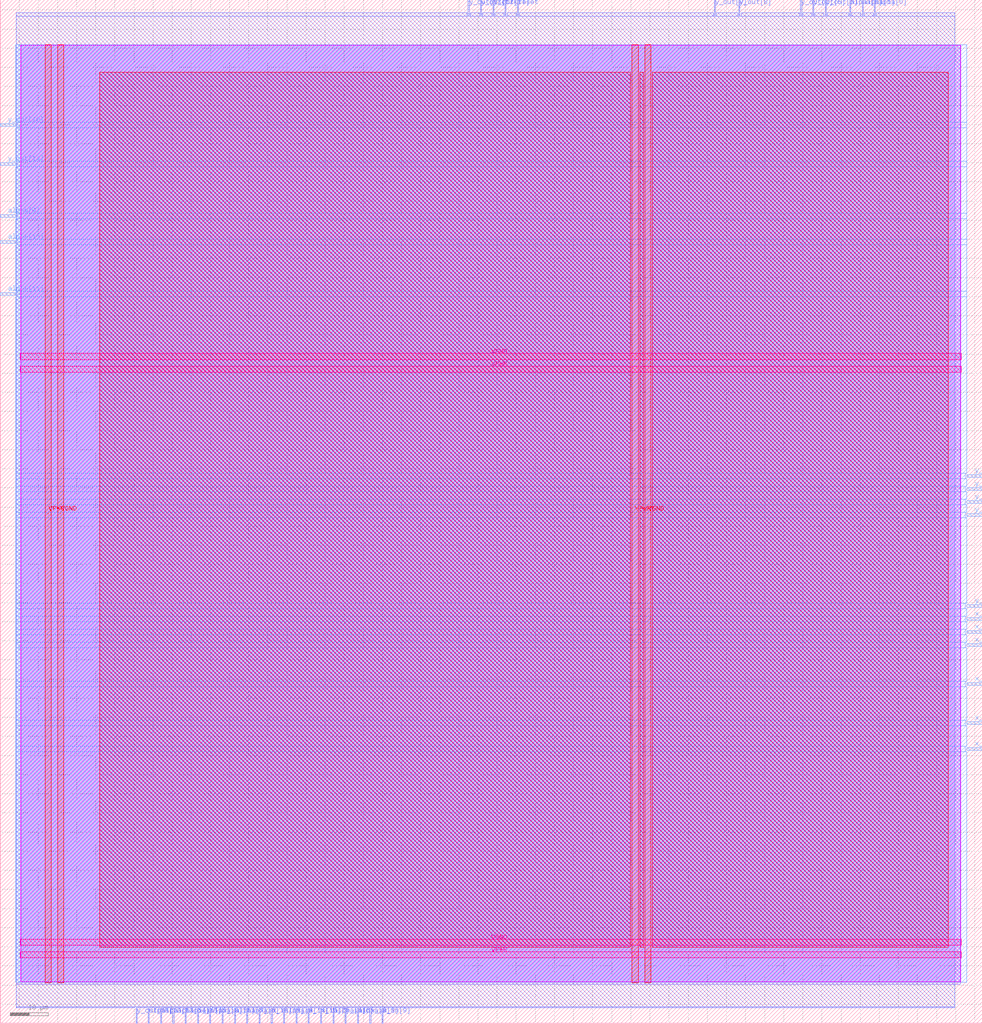
<source format=lef>
VERSION 5.7 ;
  NOWIREEXTENSIONATPIN ON ;
  DIVIDERCHAR "/" ;
  BUSBITCHARS "[]" ;
MACRO dynamic_noise_reduction
  CLASS BLOCK ;
  FOREIGN dynamic_noise_reduction ;
  ORIGIN 0.000 0.000 ;
  SIZE 256.935 BY 267.655 ;
  PIN VGND
    DIRECTION INOUT ;
    USE GROUND ;
    PORT
      LAYER met4 ;
        RECT 15.020 10.640 16.620 255.920 ;
    END
    PORT
      LAYER met4 ;
        RECT 168.620 10.640 170.220 255.920 ;
    END
    PORT
      LAYER met5 ;
        RECT 5.280 20.380 251.400 21.980 ;
    END
    PORT
      LAYER met5 ;
        RECT 5.280 173.560 251.400 175.160 ;
    END
  END VGND
  PIN VPWR
    DIRECTION INOUT ;
    USE POWER ;
    PORT
      LAYER met4 ;
        RECT 11.720 10.640 13.320 255.920 ;
    END
    PORT
      LAYER met4 ;
        RECT 165.320 10.640 166.920 255.920 ;
    END
    PORT
      LAYER met5 ;
        RECT 5.280 17.080 251.400 18.680 ;
    END
    PORT
      LAYER met5 ;
        RECT 5.280 170.260 251.400 171.860 ;
    END
  END VPWR
  PIN alpha[0]
    DIRECTION INPUT ;
    USE SIGNAL ;
    ANTENNAGATEAREA 0.196500 ;
    PORT
      LAYER met2 ;
        RECT 228.710 263.655 228.990 267.655 ;
    END
  END alpha[0]
  PIN alpha[10]
    DIRECTION INPUT ;
    USE SIGNAL ;
    ANTENNAGATEAREA 0.196500 ;
    PORT
      LAYER met3 ;
        RECT 0.000 204.040 4.000 204.640 ;
    END
  END alpha[10]
  PIN alpha[11]
    DIRECTION INPUT ;
    USE SIGNAL ;
    ANTENNAGATEAREA 0.213000 ;
    PORT
      LAYER met3 ;
        RECT 0.000 190.440 4.000 191.040 ;
    END
  END alpha[11]
  PIN alpha[12]
    DIRECTION INPUT ;
    USE SIGNAL ;
    ANTENNAGATEAREA 0.196500 ;
    PORT
      LAYER met2 ;
        RECT 38.730 0.000 39.010 4.000 ;
    END
  END alpha[12]
  PIN alpha[13]
    DIRECTION INPUT ;
    USE SIGNAL ;
    ANTENNAGATEAREA 0.159000 ;
    PORT
      LAYER met2 ;
        RECT 41.950 0.000 42.230 4.000 ;
    END
  END alpha[13]
  PIN alpha[14]
    DIRECTION INPUT ;
    USE SIGNAL ;
    ANTENNAGATEAREA 0.196500 ;
    PORT
      LAYER met2 ;
        RECT 45.170 0.000 45.450 4.000 ;
    END
  END alpha[14]
  PIN alpha[15]
    DIRECTION INPUT ;
    USE SIGNAL ;
    ANTENNAGATEAREA 0.159000 ;
    PORT
      LAYER met2 ;
        RECT 48.390 0.000 48.670 4.000 ;
    END
  END alpha[15]
  PIN alpha[1]
    DIRECTION INPUT ;
    USE SIGNAL ;
    ANTENNAGATEAREA 0.196500 ;
    PORT
      LAYER met2 ;
        RECT 225.490 263.655 225.770 267.655 ;
    END
  END alpha[1]
  PIN alpha[2]
    DIRECTION INPUT ;
    USE SIGNAL ;
    ANTENNAGATEAREA 0.213000 ;
    PORT
      LAYER met2 ;
        RECT 222.270 263.655 222.550 267.655 ;
    END
  END alpha[2]
  PIN alpha[3]
    DIRECTION INPUT ;
    USE SIGNAL ;
    ANTENNAGATEAREA 0.213000 ;
    PORT
      LAYER met2 ;
        RECT 93.470 0.000 93.750 4.000 ;
    END
  END alpha[3]
  PIN alpha[4]
    DIRECTION INPUT ;
    USE SIGNAL ;
    ANTENNAGATEAREA 0.196500 ;
    PORT
      LAYER met2 ;
        RECT 87.030 0.000 87.310 4.000 ;
    END
  END alpha[4]
  PIN alpha[5]
    DIRECTION INPUT ;
    USE SIGNAL ;
    ANTENNAGATEAREA 0.213000 ;
    PORT
      LAYER met2 ;
        RECT 74.150 0.000 74.430 4.000 ;
    END
  END alpha[5]
  PIN alpha[6]
    DIRECTION INPUT ;
    USE SIGNAL ;
    ANTENNAGATEAREA 0.213000 ;
    PORT
      LAYER met2 ;
        RECT 64.490 0.000 64.770 4.000 ;
    END
  END alpha[6]
  PIN alpha[7]
    DIRECTION INPUT ;
    USE SIGNAL ;
    ANTENNAGATEAREA 0.159000 ;
    PORT
      LAYER met2 ;
        RECT 61.270 0.000 61.550 4.000 ;
    END
  END alpha[7]
  PIN alpha[8]
    DIRECTION INPUT ;
    USE SIGNAL ;
    ANTENNAGATEAREA 0.196500 ;
    PORT
      LAYER met2 ;
        RECT 54.830 0.000 55.110 4.000 ;
    END
  END alpha[8]
  PIN alpha[9]
    DIRECTION INPUT ;
    USE SIGNAL ;
    ANTENNAGATEAREA 0.159000 ;
    PORT
      LAYER met3 ;
        RECT 0.000 210.840 4.000 211.440 ;
    END
  END alpha[9]
  PIN clk
    DIRECTION INPUT ;
    USE SIGNAL ;
    ANTENNAGATEAREA 0.852000 ;
    PORT
      LAYER met2 ;
        RECT 132.110 263.655 132.390 267.655 ;
    END
  END clk
  PIN reset
    DIRECTION INPUT ;
    USE SIGNAL ;
    ANTENNAGATEAREA 0.196500 ;
    PORT
      LAYER met2 ;
        RECT 135.330 263.655 135.610 267.655 ;
    END
  END reset
  PIN x_in[0]
    DIRECTION INPUT ;
    USE SIGNAL ;
    ANTENNAGATEAREA 0.196500 ;
    PORT
      LAYER met3 ;
        RECT 252.935 105.440 256.935 106.040 ;
    END
  END x_in[0]
  PIN x_in[10]
    DIRECTION INPUT ;
    USE SIGNAL ;
    ANTENNAGATEAREA 0.196500 ;
    PORT
      LAYER met2 ;
        RECT 51.610 0.000 51.890 4.000 ;
    END
  END x_in[10]
  PIN x_in[11]
    DIRECTION INPUT ;
    USE SIGNAL ;
    ANTENNAGATEAREA 0.196500 ;
    PORT
      LAYER met2 ;
        RECT 58.050 0.000 58.330 4.000 ;
    END
  END x_in[11]
  PIN x_in[12]
    DIRECTION INPUT ;
    USE SIGNAL ;
    ANTENNAGATEAREA 0.196500 ;
    PORT
      LAYER met2 ;
        RECT 67.710 0.000 67.990 4.000 ;
    END
  END x_in[12]
  PIN x_in[13]
    DIRECTION INPUT ;
    USE SIGNAL ;
    ANTENNAGATEAREA 0.196500 ;
    PORT
      LAYER met2 ;
        RECT 70.930 0.000 71.210 4.000 ;
    END
  END x_in[13]
  PIN x_in[14]
    DIRECTION INPUT ;
    USE SIGNAL ;
    ANTENNAGATEAREA 0.196500 ;
    PORT
      LAYER met2 ;
        RECT 77.370 0.000 77.650 4.000 ;
    END
  END x_in[14]
  PIN x_in[15]
    DIRECTION INPUT ;
    USE SIGNAL ;
    ANTENNAGATEAREA 0.196500 ;
    PORT
      LAYER met2 ;
        RECT 80.590 0.000 80.870 4.000 ;
    END
  END x_in[15]
  PIN x_in[1]
    DIRECTION INPUT ;
    USE SIGNAL ;
    ANTENNAGATEAREA 0.196500 ;
    PORT
      LAYER met3 ;
        RECT 252.935 102.040 256.935 102.640 ;
    END
  END x_in[1]
  PIN x_in[2]
    DIRECTION INPUT ;
    USE SIGNAL ;
    ANTENNAGATEAREA 0.196500 ;
    PORT
      LAYER met3 ;
        RECT 252.935 98.640 256.935 99.240 ;
    END
  END x_in[2]
  PIN x_in[3]
    DIRECTION INPUT ;
    USE SIGNAL ;
    ANTENNAGATEAREA 0.196500 ;
    PORT
      LAYER met3 ;
        RECT 252.935 88.440 256.935 89.040 ;
    END
  END x_in[3]
  PIN x_in[4]
    DIRECTION INPUT ;
    USE SIGNAL ;
    ANTENNAGATEAREA 0.196500 ;
    PORT
      LAYER met3 ;
        RECT 252.935 78.240 256.935 78.840 ;
    END
  END x_in[4]
  PIN x_in[5]
    DIRECTION INPUT ;
    USE SIGNAL ;
    ANTENNAGATEAREA 0.196500 ;
    PORT
      LAYER met3 ;
        RECT 252.935 71.440 256.935 72.040 ;
    END
  END x_in[5]
  PIN x_in[6]
    DIRECTION INPUT ;
    USE SIGNAL ;
    ANTENNAGATEAREA 0.196500 ;
    PORT
      LAYER met2 ;
        RECT 90.250 0.000 90.530 4.000 ;
    END
  END x_in[6]
  PIN x_in[7]
    DIRECTION INPUT ;
    USE SIGNAL ;
    ANTENNAGATEAREA 0.196500 ;
    PORT
      LAYER met2 ;
        RECT 83.810 0.000 84.090 4.000 ;
    END
  END x_in[7]
  PIN x_in[8]
    DIRECTION INPUT ;
    USE SIGNAL ;
    ANTENNAGATEAREA 0.196500 ;
    PORT
      LAYER met2 ;
        RECT 96.690 0.000 96.970 4.000 ;
    END
  END x_in[8]
  PIN x_in[9]
    DIRECTION INPUT ;
    USE SIGNAL ;
    ANTENNAGATEAREA 0.196500 ;
    PORT
      LAYER met2 ;
        RECT 99.910 0.000 100.190 4.000 ;
    END
  END x_in[9]
  PIN y_out[0]
    DIRECTION OUTPUT ;
    USE SIGNAL ;
    ANTENNADIFFAREA 0.445500 ;
    PORT
      LAYER met3 ;
        RECT 252.935 132.640 256.935 133.240 ;
    END
  END y_out[0]
  PIN y_out[10]
    DIRECTION OUTPUT ;
    USE SIGNAL ;
    ANTENNADIFFAREA 0.445500 ;
    PORT
      LAYER met3 ;
        RECT 0.000 234.640 4.000 235.240 ;
    END
  END y_out[10]
  PIN y_out[11]
    DIRECTION OUTPUT ;
    USE SIGNAL ;
    ANTENNADIFFAREA 0.445500 ;
    PORT
      LAYER met2 ;
        RECT 128.890 263.655 129.170 267.655 ;
    END
  END y_out[11]
  PIN y_out[12]
    DIRECTION OUTPUT ;
    USE SIGNAL ;
    ANTENNADIFFAREA 0.445500 ;
    PORT
      LAYER met2 ;
        RECT 125.670 263.655 125.950 267.655 ;
    END
  END y_out[12]
  PIN y_out[13]
    DIRECTION OUTPUT ;
    USE SIGNAL ;
    ANTENNADIFFAREA 0.445500 ;
    PORT
      LAYER met2 ;
        RECT 122.450 263.655 122.730 267.655 ;
    END
  END y_out[13]
  PIN y_out[14]
    DIRECTION OUTPUT ;
    USE SIGNAL ;
    ANTENNADIFFAREA 0.445500 ;
    PORT
      LAYER met3 ;
        RECT 0.000 224.440 4.000 225.040 ;
    END
  END y_out[14]
  PIN y_out[15]
    DIRECTION OUTPUT ;
    USE SIGNAL ;
    ANTENNADIFFAREA 0.445500 ;
    PORT
      LAYER met2 ;
        RECT 35.510 0.000 35.790 4.000 ;
    END
  END y_out[15]
  PIN y_out[1]
    DIRECTION OUTPUT ;
    USE SIGNAL ;
    ANTENNADIFFAREA 0.445500 ;
    PORT
      LAYER met3 ;
        RECT 252.935 108.840 256.935 109.440 ;
    END
  END y_out[1]
  PIN y_out[2]
    DIRECTION OUTPUT ;
    USE SIGNAL ;
    ANTENNADIFFAREA 0.445500 ;
    PORT
      LAYER met3 ;
        RECT 252.935 136.040 256.935 136.640 ;
    END
  END y_out[2]
  PIN y_out[3]
    DIRECTION OUTPUT ;
    USE SIGNAL ;
    ANTENNADIFFAREA 0.445500 ;
    PORT
      LAYER met3 ;
        RECT 252.935 139.440 256.935 140.040 ;
    END
  END y_out[3]
  PIN y_out[4]
    DIRECTION OUTPUT ;
    USE SIGNAL ;
    ANTENNADIFFAREA 0.445500 ;
    PORT
      LAYER met3 ;
        RECT 252.935 142.840 256.935 143.440 ;
    END
  END y_out[4]
  PIN y_out[5]
    DIRECTION OUTPUT ;
    USE SIGNAL ;
    ANTENNADIFFAREA 0.445500 ;
    PORT
      LAYER met2 ;
        RECT 212.610 263.655 212.890 267.655 ;
    END
  END y_out[5]
  PIN y_out[6]
    DIRECTION OUTPUT ;
    USE SIGNAL ;
    ANTENNADIFFAREA 0.445500 ;
    PORT
      LAYER met2 ;
        RECT 215.830 263.655 216.110 267.655 ;
    END
  END y_out[6]
  PIN y_out[7]
    DIRECTION OUTPUT ;
    USE SIGNAL ;
    ANTENNADIFFAREA 0.445500 ;
    PORT
      LAYER met2 ;
        RECT 209.390 263.655 209.670 267.655 ;
    END
  END y_out[7]
  PIN y_out[8]
    DIRECTION OUTPUT ;
    USE SIGNAL ;
    ANTENNADIFFAREA 0.445500 ;
    PORT
      LAYER met2 ;
        RECT 193.290 263.655 193.570 267.655 ;
    END
  END y_out[8]
  PIN y_out[9]
    DIRECTION OUTPUT ;
    USE SIGNAL ;
    ANTENNADIFFAREA 0.445500 ;
    PORT
      LAYER met2 ;
        RECT 186.850 263.655 187.130 267.655 ;
    END
  END y_out[9]
  OBS
      LAYER nwell ;
        RECT 5.330 10.795 251.350 255.765 ;
      LAYER li1 ;
        RECT 5.520 10.795 251.160 255.765 ;
      LAYER met1 ;
        RECT 4.210 10.240 251.160 255.920 ;
      LAYER met2 ;
        RECT 4.230 263.375 122.170 264.250 ;
        RECT 123.010 263.375 125.390 264.250 ;
        RECT 126.230 263.375 128.610 264.250 ;
        RECT 129.450 263.375 131.830 264.250 ;
        RECT 132.670 263.375 135.050 264.250 ;
        RECT 135.890 263.375 186.570 264.250 ;
        RECT 187.410 263.375 193.010 264.250 ;
        RECT 193.850 263.375 209.110 264.250 ;
        RECT 209.950 263.375 212.330 264.250 ;
        RECT 213.170 263.375 215.550 264.250 ;
        RECT 216.390 263.375 221.990 264.250 ;
        RECT 222.830 263.375 225.210 264.250 ;
        RECT 226.050 263.375 228.430 264.250 ;
        RECT 229.270 263.375 249.690 264.250 ;
        RECT 4.230 4.280 249.690 263.375 ;
        RECT 4.230 4.000 35.230 4.280 ;
        RECT 36.070 4.000 38.450 4.280 ;
        RECT 39.290 4.000 41.670 4.280 ;
        RECT 42.510 4.000 44.890 4.280 ;
        RECT 45.730 4.000 48.110 4.280 ;
        RECT 48.950 4.000 51.330 4.280 ;
        RECT 52.170 4.000 54.550 4.280 ;
        RECT 55.390 4.000 57.770 4.280 ;
        RECT 58.610 4.000 60.990 4.280 ;
        RECT 61.830 4.000 64.210 4.280 ;
        RECT 65.050 4.000 67.430 4.280 ;
        RECT 68.270 4.000 70.650 4.280 ;
        RECT 71.490 4.000 73.870 4.280 ;
        RECT 74.710 4.000 77.090 4.280 ;
        RECT 77.930 4.000 80.310 4.280 ;
        RECT 81.150 4.000 83.530 4.280 ;
        RECT 84.370 4.000 86.750 4.280 ;
        RECT 87.590 4.000 89.970 4.280 ;
        RECT 90.810 4.000 93.190 4.280 ;
        RECT 94.030 4.000 96.410 4.280 ;
        RECT 97.250 4.000 99.630 4.280 ;
        RECT 100.470 4.000 249.690 4.280 ;
      LAYER met3 ;
        RECT 3.990 235.640 252.935 255.845 ;
        RECT 4.400 234.240 252.935 235.640 ;
        RECT 3.990 225.440 252.935 234.240 ;
        RECT 4.400 224.040 252.935 225.440 ;
        RECT 3.990 211.840 252.935 224.040 ;
        RECT 4.400 210.440 252.935 211.840 ;
        RECT 3.990 205.040 252.935 210.440 ;
        RECT 4.400 203.640 252.935 205.040 ;
        RECT 3.990 191.440 252.935 203.640 ;
        RECT 4.400 190.040 252.935 191.440 ;
        RECT 3.990 143.840 252.935 190.040 ;
        RECT 3.990 142.440 252.535 143.840 ;
        RECT 3.990 140.440 252.935 142.440 ;
        RECT 3.990 139.040 252.535 140.440 ;
        RECT 3.990 137.040 252.935 139.040 ;
        RECT 3.990 135.640 252.535 137.040 ;
        RECT 3.990 133.640 252.935 135.640 ;
        RECT 3.990 132.240 252.535 133.640 ;
        RECT 3.990 109.840 252.935 132.240 ;
        RECT 3.990 108.440 252.535 109.840 ;
        RECT 3.990 106.440 252.935 108.440 ;
        RECT 3.990 105.040 252.535 106.440 ;
        RECT 3.990 103.040 252.935 105.040 ;
        RECT 3.990 101.640 252.535 103.040 ;
        RECT 3.990 99.640 252.935 101.640 ;
        RECT 3.990 98.240 252.535 99.640 ;
        RECT 3.990 89.440 252.935 98.240 ;
        RECT 3.990 88.040 252.535 89.440 ;
        RECT 3.990 79.240 252.935 88.040 ;
        RECT 3.990 77.840 252.535 79.240 ;
        RECT 3.990 72.440 252.935 77.840 ;
        RECT 3.990 71.040 252.535 72.440 ;
        RECT 3.990 10.715 252.935 71.040 ;
      LAYER met4 ;
        RECT 26.055 19.895 164.920 248.705 ;
        RECT 167.320 19.895 168.220 248.705 ;
        RECT 170.620 19.895 248.105 248.705 ;
  END
END dynamic_noise_reduction
END LIBRARY


</source>
